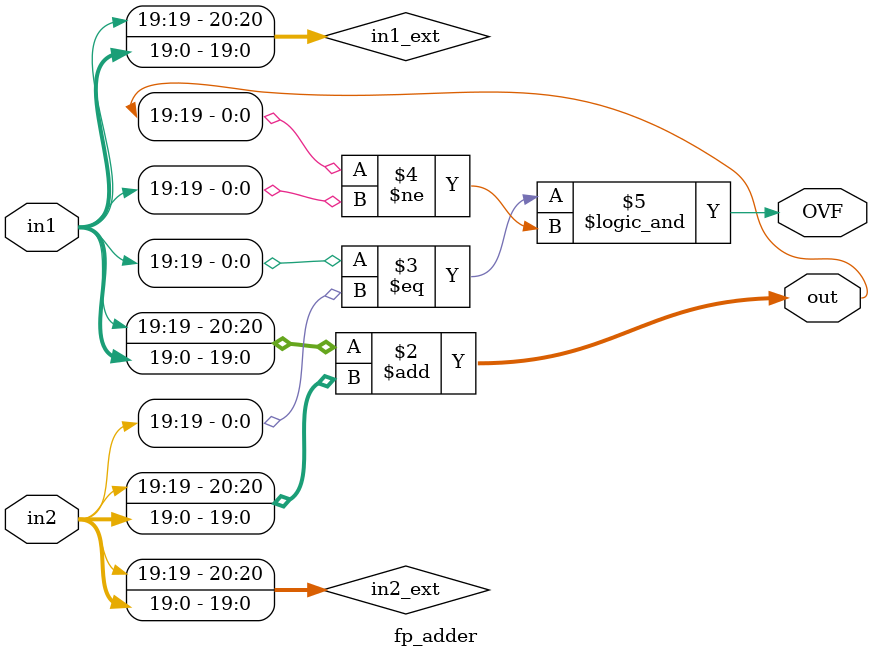
<source format=v>
`timescale 1ns / 1ps


module fp_adder #(parameter WI1 = 4, WF1 = 16, WI2 = 4, WF2 = 16, 
                     WIO = ((WI1 > WI2) ? WI1 : WI2) + 1, 
                     WFO = ((WF1 > WF2) ? WF1 : WF2))
                    (input signed[WI1+WF1-1:0] in1,
                     input signed[WI2+WF2-1:0] in2,
                     output reg signed [WIO+WFO-1:0] out,
                     output reg OVF
                    );
    
    localparam i_max = (WI1 > WI2) ? WI1 : WI2;
    localparam f_max = (WF1 > WF2) ? WF1 : WF2;
    
    reg signed [i_max+f_max:0] in1_ext;
    reg signed [i_max+f_max:0] in2_ext;

    always @* begin

        //If in1 has more fractional and integer bits, sign extend and pad in2
        if(WI1 > WI2 && WF1 > WF2) begin
            in1_ext = in1;
            in2_ext = {{(WI1-WI2){in2[WI2+WF2-1]}}, in2, {(WF1-WF2){1'b0}}};
        end
        //If in2 has more fractional and integer bits, sign extend and pad in1
        else if(WI1 < WI2 && WF1 < WF2) begin
            in1_ext = {{(WI2-WI1){in1[WI1+WF1-1]}}, in1, {(WF2-WF1){1'b0}}};
            in2_ext = in2;
        end
        //If in1 has more integer bits but in2 has more fractional bits, sign extend in2 and pad in1
         else if(WI1 > WI2 && WF1 < WF2) begin
            in1_ext = {in1, {(WF2-WF1){1'b0}}};
            in2_ext = {{(WI1-WI2){in2[WI2+WF2-1]}}, in2};
        end
        //If in2 has more integer bits but in1 has more fractional bits, sign extend in1 and pad in2
         else if(WI1 < WI2 && WF1 > WF2) begin
            in1_ext = {{(WI2-WI1){in1[WI1+WF1-1]}}, in1};
            in2_ext = {in2, {(WF1-WF2){1'b0}}};
        end
        //If in1 has more integer bits, sign extend in2
        else if(WI1 > WI2 && WF1 == WF2) begin
            in1_ext = in1;
            in2_ext = {{(WI1-WI2){in2[WI2+WF2-1]}}, in2};
        end
        //If in2 has more integer bits, sign extend in1
        else if(WI1 < WI2 && WF1 == WF2) begin
            in1_ext = {{(WI2-WI1){in1[WI1+WF1-1]}}, in1};
            in2_ext = in2;
        end
        //If in1 has more fractional bits, pad in2       
        else if(WF1 > WF2 && WI1 == WI2) begin
            in1_ext = in1;
            in2_ext = {in2, {(WF1-WF2){1'b0}}};
        end
        //If in2 has more fractional bits, pad in1 
        else if(WF1 < WF2 && WI1 == WI2) begin
            in1_ext = {in1, {(WF2-WF1){1'b0}}};
            in2_ext = in2;
        end
        //Already alinged
        else if(WI1 == WI2 && WF1 == WF2) begin
            in1_ext = in1;
            in2_ext = in2;
        end
        
        out = in1_ext + in2_ext;
        
        //Checks to see if input sign bit matches output sign bit
        OVF = ((in1_ext[i_max+f_max-1]) == (in2_ext[i_max+f_max-1])) 
            && (out[i_max+f_max-1] != (in1_ext[i_max+f_max-1]));   
            
    end               
endmodule
</source>
